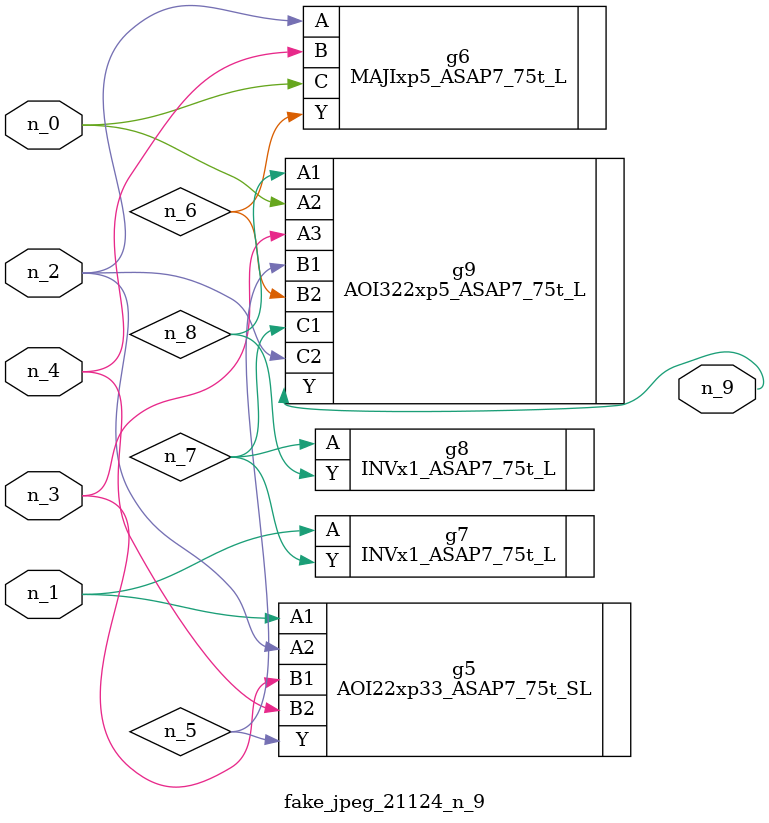
<source format=v>
module fake_jpeg_21124_n_9 (n_3, n_2, n_1, n_0, n_4, n_9);

input n_3;
input n_2;
input n_1;
input n_0;
input n_4;

output n_9;

wire n_8;
wire n_6;
wire n_5;
wire n_7;

AOI22xp33_ASAP7_75t_SL g5 ( 
.A1(n_1),
.A2(n_2),
.B1(n_3),
.B2(n_4),
.Y(n_5)
);

MAJIxp5_ASAP7_75t_L g6 ( 
.A(n_2),
.B(n_4),
.C(n_0),
.Y(n_6)
);

INVx1_ASAP7_75t_L g7 ( 
.A(n_1),
.Y(n_7)
);

INVx1_ASAP7_75t_L g8 ( 
.A(n_7),
.Y(n_8)
);

AOI322xp5_ASAP7_75t_L g9 ( 
.A1(n_8),
.A2(n_0),
.A3(n_3),
.B1(n_5),
.B2(n_6),
.C1(n_7),
.C2(n_2),
.Y(n_9)
);


endmodule
</source>
